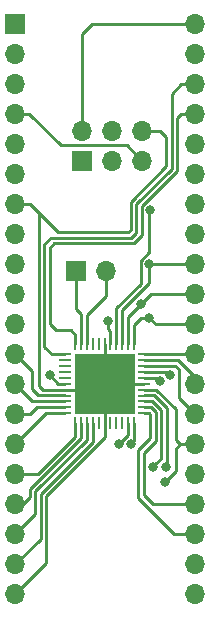
<source format=gbr>
%TF.GenerationSoftware,KiCad,Pcbnew,7.0.7*%
%TF.CreationDate,2024-02-24T18:58:31-05:00*%
%TF.ProjectId,m0110a_atmega32_pcb,6d303131-3061-45f6-9174-6d6567613332,rev?*%
%TF.SameCoordinates,Original*%
%TF.FileFunction,Copper,L1,Top*%
%TF.FilePolarity,Positive*%
%FSLAX46Y46*%
G04 Gerber Fmt 4.6, Leading zero omitted, Abs format (unit mm)*
G04 Created by KiCad (PCBNEW 7.0.7) date 2024-02-24 18:58:31*
%MOMM*%
%LPD*%
G01*
G04 APERTURE LIST*
G04 Aperture macros list*
%AMRoundRect*
0 Rectangle with rounded corners*
0 $1 Rounding radius*
0 $2 $3 $4 $5 $6 $7 $8 $9 X,Y pos of 4 corners*
0 Add a 4 corners polygon primitive as box body*
4,1,4,$2,$3,$4,$5,$6,$7,$8,$9,$2,$3,0*
0 Add four circle primitives for the rounded corners*
1,1,$1+$1,$2,$3*
1,1,$1+$1,$4,$5*
1,1,$1+$1,$6,$7*
1,1,$1+$1,$8,$9*
0 Add four rect primitives between the rounded corners*
20,1,$1+$1,$2,$3,$4,$5,0*
20,1,$1+$1,$4,$5,$6,$7,0*
20,1,$1+$1,$6,$7,$8,$9,0*
20,1,$1+$1,$8,$9,$2,$3,0*%
G04 Aperture macros list end*
%TA.AperFunction,ComponentPad*%
%ADD10R,1.700000X1.700000*%
%TD*%
%TA.AperFunction,ComponentPad*%
%ADD11O,1.700000X1.700000*%
%TD*%
%TA.AperFunction,SMDPad,CuDef*%
%ADD12RoundRect,0.062500X-0.062500X0.475000X-0.062500X-0.475000X0.062500X-0.475000X0.062500X0.475000X0*%
%TD*%
%TA.AperFunction,SMDPad,CuDef*%
%ADD13RoundRect,0.062500X-0.475000X0.062500X-0.475000X-0.062500X0.475000X-0.062500X0.475000X0.062500X0*%
%TD*%
%TA.AperFunction,SMDPad,CuDef*%
%ADD14R,5.200000X5.200000*%
%TD*%
%TA.AperFunction,ViaPad*%
%ADD15C,0.800000*%
%TD*%
%TA.AperFunction,Conductor*%
%ADD16C,0.250000*%
%TD*%
G04 APERTURE END LIST*
D10*
%TO.P,J1,1,Pin_1*%
%TO.N,unconnected-(J1-Pin_1-Pad1)*%
X143510000Y-67310000D03*
D11*
%TO.P,J1,2,Pin_2*%
%TO.N,unconnected-(J1-Pin_2-Pad2)*%
X143510000Y-69850000D03*
%TO.P,J1,3,Pin_3*%
%TO.N,unconnected-(J1-Pin_3-Pad3)*%
X143510000Y-72390000D03*
%TO.P,J1,4,Pin_4*%
%TO.N,RESET*%
X143510000Y-74930000D03*
%TO.P,J1,5,Pin_5*%
%TO.N,+5V*%
X143510000Y-77470000D03*
%TO.P,J1,6,Pin_6*%
%TO.N,unconnected-(J1-Pin_6-Pad6)*%
X143510000Y-80010000D03*
%TO.P,J1,7,Pin_7*%
%TO.N,GNDREF*%
X143510000Y-82550000D03*
%TO.P,J1,8,Pin_8*%
%TO.N,unconnected-(J1-Pin_8-Pad8)*%
X143510000Y-85090000D03*
%TO.P,J1,9,Pin_9*%
%TO.N,unconnected-(J1-Pin_9-Pad9)*%
X143510000Y-87630000D03*
%TO.P,J1,10,Pin_10*%
%TO.N,unconnected-(J1-Pin_10-Pad10)*%
X143510000Y-90170000D03*
%TO.P,J1,11,Pin_11*%
%TO.N,unconnected-(J1-Pin_11-Pad11)*%
X143510000Y-92710000D03*
%TO.P,J1,12,Pin_12*%
%TO.N,/COL7*%
X143510000Y-95250000D03*
%TO.P,J1,13,Pin_13*%
%TO.N,/COL6*%
X143510000Y-97790000D03*
%TO.P,J1,14,Pin_14*%
%TO.N,/COL5*%
X143510000Y-100330000D03*
%TO.P,J1,15,Pin_15*%
%TO.N,/COL4*%
X143510000Y-102870000D03*
%TO.P,J1,16,Pin_16*%
%TO.N,/COL3*%
X143510000Y-105410000D03*
%TO.P,J1,17,Pin_17*%
%TO.N,/COL2*%
X143510000Y-107950000D03*
%TO.P,J1,18,Pin_18*%
%TO.N,/COL1*%
X143510000Y-110490000D03*
%TO.P,J1,19,Pin_19*%
%TO.N,/COL0*%
X143510000Y-113030000D03*
%TO.P,J1,20,Pin_20*%
%TO.N,GNDREF*%
X143510000Y-115570000D03*
%TO.P,J1,21,Pin_21*%
%TO.N,/ROW0*%
X158750000Y-115570000D03*
%TO.P,J1,22,Pin_22*%
%TO.N,/ROW1*%
X158750000Y-113030000D03*
%TO.P,J1,23,Pin_23*%
%TO.N,/SHIFT*%
X158750000Y-110490000D03*
%TO.P,J1,24,Pin_24*%
%TO.N,/LOCK*%
X158750000Y-107950000D03*
%TO.P,J1,25,Pin_25*%
%TO.N,unconnected-(J1-Pin_25-Pad25)*%
X158750000Y-105410000D03*
%TO.P,J1,26,Pin_26*%
%TO.N,+5V*%
X158750000Y-102870000D03*
%TO.P,J1,27,Pin_27*%
%TO.N,/ROW2*%
X158750000Y-100330000D03*
%TO.P,J1,28,Pin_28*%
%TO.N,/ROW3*%
X158750000Y-97790000D03*
%TO.P,J1,29,Pin_29*%
%TO.N,/ROW4*%
X158750000Y-95250000D03*
%TO.P,J1,30,Pin_30*%
%TO.N,/ROW5*%
X158750000Y-92710000D03*
%TO.P,J1,31,Pin_31*%
%TO.N,/ROW6*%
X158750000Y-90170000D03*
%TO.P,J1,32,Pin_32*%
%TO.N,/ROW7*%
X158750000Y-87630000D03*
%TO.P,J1,33,Pin_33*%
%TO.N,/ROW8*%
X158750000Y-85090000D03*
%TO.P,J1,34,Pin_34*%
%TO.N,/ROW9*%
X158750000Y-82550000D03*
%TO.P,J1,35,Pin_35*%
%TO.N,/OPT*%
X158750000Y-80010000D03*
%TO.P,J1,36,Pin_36*%
%TO.N,/CMD*%
X158750000Y-77470000D03*
%TO.P,J1,37,Pin_37*%
%TO.N,/KB_CLK*%
X158750000Y-74930000D03*
%TO.P,J1,38,Pin_38*%
%TO.N,/KB_DATA*%
X158750000Y-72390000D03*
%TO.P,J1,39,Pin_39*%
%TO.N,unconnected-(J1-Pin_39-Pad39)*%
X158750000Y-69850000D03*
%TO.P,J1,40,Pin_40*%
%TO.N,+5V*%
X158750000Y-67310000D03*
%TD*%
D10*
%TO.P,J2,1,Pin_1*%
%TO.N,/ROW6*%
X149199600Y-78892400D03*
D11*
%TO.P,J2,2,Pin_2*%
%TO.N,+5V*%
X149199600Y-76352400D03*
%TO.P,J2,3,Pin_3*%
%TO.N,/ROW7*%
X151739600Y-78892400D03*
%TO.P,J2,4,Pin_4*%
%TO.N,/ROW5*%
X151739600Y-76352400D03*
%TO.P,J2,5,Pin_5*%
%TO.N,RESET*%
X154279600Y-78892400D03*
%TO.P,J2,6,Pin_6*%
%TO.N,GNDREF*%
X154279600Y-76352400D03*
%TD*%
D12*
%TO.P,U1,1,PB5*%
%TO.N,/ROW5*%
X153585000Y-94412500D03*
%TO.P,U1,2,PB6*%
%TO.N,/ROW6*%
X153085000Y-94412500D03*
%TO.P,U1,3,PB7*%
%TO.N,/ROW7*%
X152585000Y-94412500D03*
%TO.P,U1,4,~{RESET}*%
%TO.N,RESET*%
X152085000Y-94412500D03*
%TO.P,U1,5,VCC*%
%TO.N,+5V*%
X151585000Y-94412500D03*
%TO.P,U1,6,GND*%
%TO.N,GNDREF*%
X151085000Y-94412500D03*
%TO.P,U1,7,XTAL2*%
%TO.N,unconnected-(U2-XTAL2-Pad7)*%
X150585000Y-94412500D03*
%TO.P,U1,8,XTAL1*%
%TO.N,unconnected-(U2-XTAL1-Pad8)*%
X150085000Y-94412500D03*
%TO.P,U1,9,PD0*%
%TO.N,/RXD*%
X149585000Y-94412500D03*
%TO.P,U1,10,PD1*%
%TO.N,/TXD*%
X149085000Y-94412500D03*
%TO.P,U1,11,PD2*%
%TO.N,/KB_CLK*%
X148585000Y-94412500D03*
D13*
%TO.P,U1,12,PD3*%
%TO.N,/KB_DATA*%
X147747500Y-95250000D03*
%TO.P,U1,13,PD4*%
%TO.N,unconnected-(U2-PD4-Pad13)*%
X147747500Y-95750000D03*
%TO.P,U1,14,PD5*%
%TO.N,unconnected-(U2-PD5-Pad14)*%
X147747500Y-96250000D03*
%TO.P,U1,15,PD6*%
%TO.N,unconnected-(U2-PD6-Pad15)*%
X147747500Y-96750000D03*
%TO.P,U1,16,PD7*%
%TO.N,unconnected-(U2-PD7-Pad16)*%
X147747500Y-97250000D03*
%TO.P,U1,17,VCC*%
%TO.N,+5V*%
X147747500Y-97750000D03*
%TO.P,U1,18,GND*%
%TO.N,GNDREF*%
X147747500Y-98250000D03*
%TO.P,U1,19,PC0*%
%TO.N,/COL7*%
X147747500Y-98750000D03*
%TO.P,U1,20,PC1*%
%TO.N,/COL6*%
X147747500Y-99250000D03*
%TO.P,U1,21,PC2*%
%TO.N,/COL5*%
X147747500Y-99750000D03*
%TO.P,U1,22,PC3*%
%TO.N,/COL4*%
X147747500Y-100250000D03*
D12*
%TO.P,U1,23,PC4*%
%TO.N,/COL3*%
X148585000Y-101087500D03*
%TO.P,U1,24,PC5*%
%TO.N,/COL2*%
X149085000Y-101087500D03*
%TO.P,U1,25,PC6*%
%TO.N,/COL1*%
X149585000Y-101087500D03*
%TO.P,U1,26,PC7*%
%TO.N,/COL0*%
X150085000Y-101087500D03*
%TO.P,U1,27,AVCC*%
%TO.N,unconnected-(U2-AVCC-Pad27)*%
X150585000Y-101087500D03*
%TO.P,U1,28,GND*%
%TO.N,GNDREF*%
X151085000Y-101087500D03*
%TO.P,U1,29,AREF*%
%TO.N,unconnected-(U2-AREF-Pad29)*%
X151585000Y-101087500D03*
%TO.P,U1,30,PA7*%
%TO.N,unconnected-(U2-PA7-Pad30)*%
X152085000Y-101087500D03*
%TO.P,U1,31,PA6*%
%TO.N,unconnected-(U2-PA6-Pad31)*%
X152585000Y-101087500D03*
%TO.P,U1,32,PA5*%
%TO.N,/CMD*%
X153085000Y-101087500D03*
%TO.P,U1,33,PA4*%
%TO.N,/OPT*%
X153585000Y-101087500D03*
D13*
%TO.P,U1,34,PA3*%
%TO.N,/SHIFT*%
X154422500Y-100250000D03*
%TO.P,U1,35,PA2*%
%TO.N,/LOCK*%
X154422500Y-99750000D03*
%TO.P,U1,36,PA1*%
%TO.N,/ROW9*%
X154422500Y-99250000D03*
%TO.P,U1,37,PA0*%
%TO.N,/ROW8*%
X154422500Y-98750000D03*
%TO.P,U1,38,VCC*%
%TO.N,+5V*%
X154422500Y-98250000D03*
%TO.P,U1,39,GND*%
%TO.N,GNDREF*%
X154422500Y-97750000D03*
%TO.P,U1,40,PB0*%
%TO.N,/ROW0*%
X154422500Y-97250000D03*
%TO.P,U1,41,PB1*%
%TO.N,/ROW1*%
X154422500Y-96750000D03*
%TO.P,U1,42,PB2*%
%TO.N,/ROW2*%
X154422500Y-96250000D03*
%TO.P,U1,43,PB3*%
%TO.N,/ROW3*%
X154422500Y-95750000D03*
%TO.P,U1,44,PB4*%
%TO.N,/ROW4*%
X154422500Y-95250000D03*
D14*
%TO.P,U1,45,GND*%
%TO.N,GNDREF*%
X151085000Y-97750000D03*
%TD*%
D10*
%TO.P,J3,1,Pin_1*%
%TO.N,/TXD*%
X148640800Y-88239600D03*
D11*
%TO.P,J3,2,Pin_2*%
%TO.N,/RXD*%
X151180800Y-88239600D03*
%TD*%
D15*
%TO.N,RESET*%
X154898100Y-83024680D03*
%TO.N,+5V*%
X146431000Y-96999866D03*
X151370500Y-92456000D03*
X156210000Y-106045000D03*
%TO.N,/ROW0*%
X155788790Y-97510440D03*
%TO.N,/ROW1*%
X156629260Y-96969500D03*
%TO.N,/ROW5*%
X154860500Y-92151200D03*
%TO.N,/ROW6*%
X154146000Y-91005428D03*
%TO.N,/ROW7*%
X154838400Y-87630000D03*
%TO.N,/ROW8*%
X156305500Y-104787548D03*
%TO.N,/ROW9*%
X155210692Y-104775000D03*
%TO.N,/OPT*%
X153289000Y-102870000D03*
%TO.N,/CMD*%
X152273000Y-102870000D03*
%TD*%
D16*
%TO.N,+5V*%
X149199600Y-68122800D02*
X149199600Y-76352400D01*
X150012400Y-67310000D02*
X149199600Y-68122800D01*
X158750000Y-67310000D02*
X150012400Y-67310000D01*
%TO.N,GNDREF*%
X147167600Y-84937600D02*
X144780000Y-82550000D01*
X153111200Y-84937600D02*
X147167600Y-84937600D01*
X153314400Y-84734400D02*
X153111200Y-84937600D01*
X153314400Y-82346800D02*
X153314400Y-84734400D01*
X156311600Y-79349600D02*
X153314400Y-82346800D01*
X155803600Y-76352400D02*
X156311600Y-76860400D01*
X156311600Y-76860400D02*
X156311600Y-79349600D01*
X154279600Y-76352400D02*
X155803600Y-76352400D01*
%TO.N,/RXD*%
X149585000Y-91918200D02*
X149585000Y-94407500D01*
X151180800Y-90322400D02*
X149585000Y-91918200D01*
%TO.N,/TXD*%
X149085000Y-94407500D02*
X149085000Y-91884200D01*
X149085000Y-91884200D02*
X148640800Y-91440000D01*
X148640800Y-91440000D02*
X148640800Y-88239600D01*
%TO.N,/RXD*%
X151180800Y-88239600D02*
X151180800Y-90322400D01*
%TO.N,RESET*%
X147370800Y-77571600D02*
X152958800Y-77571600D01*
X152958800Y-77571600D02*
X154279600Y-78892400D01*
X144729200Y-74930000D02*
X147370800Y-77571600D01*
X143510000Y-74930000D02*
X144729200Y-74930000D01*
%TO.N,/KB_DATA*%
X157556200Y-72390000D02*
X158750000Y-72390000D01*
X156768800Y-73177400D02*
X157556200Y-72390000D01*
X153771600Y-84988400D02*
X153771600Y-82550000D01*
X156768800Y-79552800D02*
X156768800Y-73177400D01*
X153771600Y-82550000D02*
X156768800Y-79552800D01*
X153365200Y-85394800D02*
X153771600Y-84988400D01*
X146558000Y-85394800D02*
X153365200Y-85394800D01*
X145991000Y-94632200D02*
X145991000Y-85961800D01*
X145991000Y-85961800D02*
X146558000Y-85394800D01*
X147747500Y-95245000D02*
X146603800Y-95245000D01*
X146603800Y-95245000D02*
X145991000Y-94632200D01*
%TO.N,/KB_CLK*%
X157581600Y-74930000D02*
X158750000Y-74930000D01*
X157226000Y-75285600D02*
X157581600Y-74930000D01*
X157226000Y-79738791D02*
X157226000Y-75285600D01*
X154220700Y-82744091D02*
X157226000Y-79738791D01*
X154220700Y-85199700D02*
X154220700Y-82744091D01*
X153568400Y-85852000D02*
X154220700Y-85199700D01*
X148209000Y-93218000D02*
X146964400Y-93218000D01*
X146964400Y-93218000D02*
X146431000Y-92684600D01*
X146431000Y-92684600D02*
X146431000Y-86233000D01*
X148585000Y-93594000D02*
X148209000Y-93218000D01*
X146431000Y-86233000D02*
X146812000Y-85852000D01*
X146812000Y-85852000D02*
X153568400Y-85852000D01*
X148585000Y-94407500D02*
X148585000Y-93594000D01*
%TO.N,RESET*%
X152085000Y-91348600D02*
X152085000Y-94407500D01*
X154161000Y-89272600D02*
X152085000Y-91348600D01*
X154889200Y-86621211D02*
X154161000Y-87349411D01*
X154889200Y-83033580D02*
X154889200Y-86621211D01*
X154161000Y-87349411D02*
X154161000Y-89272600D01*
X154898100Y-83024680D02*
X154889200Y-83033580D01*
%TO.N,/ROW7*%
X154838400Y-89255600D02*
X152585000Y-91509000D01*
X154838400Y-87630000D02*
X154838400Y-89255600D01*
X152585000Y-91509000D02*
X152585000Y-94407500D01*
X154838400Y-87630000D02*
X158750000Y-87630000D01*
%TO.N,+5V*%
X157099000Y-99872800D02*
X157099000Y-102489000D01*
X151370500Y-92456000D02*
X151384000Y-92469500D01*
X151384000Y-93097373D02*
X151585000Y-93298373D01*
X151585000Y-93298373D02*
X151585000Y-94407500D01*
X151384000Y-92469500D02*
X151384000Y-93097373D01*
X158750000Y-102870000D02*
X158115000Y-102870000D01*
X156210000Y-106045000D02*
X156527500Y-105727500D01*
X147176134Y-97750000D02*
X146431000Y-97004866D01*
X154422500Y-98245000D02*
X155471200Y-98245000D01*
X155471200Y-98245000D02*
X157099000Y-99872800D01*
X157099000Y-103251000D02*
X157099000Y-105156000D01*
X157480000Y-102870000D02*
X157099000Y-103251000D01*
X158115000Y-102870000D02*
X157480000Y-102870000D01*
X157099000Y-105156000D02*
X156210000Y-106045000D01*
X147747500Y-97750000D02*
X147176134Y-97750000D01*
X157099000Y-102489000D02*
X157480000Y-102870000D01*
X146431000Y-97004866D02*
X146431000Y-96999866D01*
%TO.N,GNDREF*%
X145542000Y-97917000D02*
X145870000Y-98245000D01*
X151085000Y-102280000D02*
X146130000Y-107235000D01*
X151085000Y-97745000D02*
X151085000Y-102280000D01*
X154422500Y-97745000D02*
X151085000Y-97745000D01*
X150585000Y-98245000D02*
X151085000Y-97745000D01*
X144780000Y-82550000D02*
X143510000Y-82550000D01*
X151085000Y-94407500D02*
X151085000Y-97745000D01*
X145870000Y-98245000D02*
X150585000Y-98245000D01*
X146130000Y-112950000D02*
X143510000Y-115570000D01*
X146130000Y-107235000D02*
X146130000Y-112950000D01*
X144780000Y-82550000D02*
X145542000Y-83312000D01*
X145542000Y-83312000D02*
X145542000Y-97917000D01*
%TO.N,/COL7*%
X145481000Y-98745000D02*
X147747500Y-98745000D01*
X143510000Y-95250000D02*
X144907000Y-96647000D01*
X144907000Y-96647000D02*
X144907000Y-98171000D01*
X144907000Y-98171000D02*
X145481000Y-98745000D01*
%TO.N,/COL6*%
X143510000Y-97790000D02*
X144965000Y-99245000D01*
X143510000Y-97790000D02*
X143510000Y-97155000D01*
X144965000Y-99245000D02*
X147747500Y-99245000D01*
%TO.N,/COL5*%
X145365000Y-99745000D02*
X147747500Y-99745000D01*
X144780000Y-100330000D02*
X145365000Y-99745000D01*
X143510000Y-100330000D02*
X144780000Y-100330000D01*
%TO.N,/COL4*%
X146135000Y-100245000D02*
X147747500Y-100245000D01*
X143510000Y-102870000D02*
X146135000Y-100245000D01*
%TO.N,/COL3*%
X148585000Y-102252746D02*
X148585000Y-101082500D01*
X145427746Y-105410000D02*
X148585000Y-102252746D01*
X143510000Y-105410000D02*
X145427746Y-105410000D01*
%TO.N,/COL2*%
X149083604Y-102376396D02*
X149083604Y-101741396D01*
X144145000Y-107950000D02*
X144780000Y-107315000D01*
X144780000Y-106680000D02*
X149083604Y-102376396D01*
X143510000Y-107316396D02*
X143510000Y-107950000D01*
X149085000Y-101082500D02*
X149085000Y-101741396D01*
X144780000Y-107315000D02*
X144780000Y-106680000D01*
X143510000Y-107950000D02*
X144145000Y-107950000D01*
%TO.N,/COL1*%
X145230000Y-106865000D02*
X149585000Y-102510000D01*
X149585000Y-102510000D02*
X149585000Y-101082500D01*
X143510000Y-110490000D02*
X145230000Y-108770000D01*
X145230000Y-108770000D02*
X145230000Y-106865000D01*
%TO.N,/COL0*%
X145680000Y-107050000D02*
X145680000Y-110860000D01*
X150085000Y-101082500D02*
X150085000Y-102645000D01*
X145680000Y-110860000D02*
X143510000Y-113030000D01*
X150085000Y-102645000D02*
X145680000Y-107050000D01*
%TO.N,/ROW0*%
X155785537Y-97510440D02*
X155520097Y-97245000D01*
X155520097Y-97245000D02*
X154422500Y-97245000D01*
X155788790Y-97510440D02*
X155785537Y-97510440D01*
%TO.N,/ROW1*%
X156629260Y-96969500D02*
X156404760Y-96745000D01*
X156404760Y-96745000D02*
X154422500Y-96745000D01*
%TO.N,/ROW2*%
X158750000Y-100330000D02*
X157353000Y-98933000D01*
X157078000Y-96245000D02*
X154422500Y-96245000D01*
X157353000Y-98933000D02*
X157353000Y-96520000D01*
X157353000Y-96520000D02*
X157078000Y-96245000D01*
%TO.N,/ROW3*%
X158750000Y-97790000D02*
X158750000Y-97155000D01*
X158750000Y-97155000D02*
X157340000Y-95745000D01*
X157340000Y-95745000D02*
X154422500Y-95745000D01*
%TO.N,/ROW4*%
X154427500Y-95250000D02*
X154422500Y-95245000D01*
X158750000Y-95250000D02*
X154427500Y-95250000D01*
%TO.N,/ROW5*%
X154178000Y-92151200D02*
X153585000Y-92744200D01*
X154860500Y-92151200D02*
X154178000Y-92151200D01*
X153585000Y-92744200D02*
X153585000Y-94407500D01*
X155419300Y-92710000D02*
X158750000Y-92710000D01*
X154860500Y-92151200D02*
X155419300Y-92710000D01*
%TO.N,/ROW6*%
X153085000Y-92066428D02*
X153085000Y-94407500D01*
X154981428Y-90170000D02*
X158750000Y-90170000D01*
X154146000Y-91005428D02*
X154981428Y-90170000D01*
X154146000Y-91005428D02*
X153085000Y-92066428D01*
%TO.N,/ROW7*%
X158750000Y-87630000D02*
X158750000Y-88265000D01*
%TO.N,/ROW8*%
X156335000Y-99799200D02*
X155280800Y-98745000D01*
X156305500Y-104787548D02*
X156335000Y-104758048D01*
X155280800Y-98745000D02*
X154422500Y-98745000D01*
X156335000Y-104758048D02*
X156335000Y-99799200D01*
%TO.N,/ROW9*%
X155144404Y-99245000D02*
X154422500Y-99245000D01*
X155485000Y-104487243D02*
X155885000Y-104087243D01*
X155885000Y-104087243D02*
X155885000Y-99985596D01*
X155885000Y-99985596D02*
X155144404Y-99245000D01*
X155485000Y-104500692D02*
X155485000Y-104487243D01*
X155210692Y-104775000D02*
X155485000Y-104500692D01*
%TO.N,/OPT*%
X153289000Y-102870000D02*
X153585000Y-102574000D01*
X153585000Y-102574000D02*
X153585000Y-101082500D01*
%TO.N,/CMD*%
X152273000Y-102870000D02*
X153085000Y-102058000D01*
X153085000Y-102058000D02*
X153085000Y-101082500D01*
%TO.N,/SHIFT*%
X154422500Y-100245000D02*
X154855000Y-100245000D01*
X156972000Y-110490000D02*
X158750000Y-110490000D01*
X153924000Y-107442000D02*
X156972000Y-110490000D01*
X154940000Y-102362000D02*
X153924000Y-103378000D01*
X154855000Y-100245000D02*
X154940000Y-100330000D01*
X154940000Y-100330000D02*
X154940000Y-102362000D01*
X153924000Y-103378000D02*
X153924000Y-107442000D01*
%TO.N,/LOCK*%
X154422500Y-99745000D02*
X155008008Y-99745000D01*
X154432000Y-103632000D02*
X154432000Y-107188000D01*
X154432000Y-107188000D02*
X155194000Y-107950000D01*
X155435000Y-100171992D02*
X155435000Y-102629000D01*
X155435000Y-102629000D02*
X154432000Y-103632000D01*
X155194000Y-107950000D02*
X158750000Y-107950000D01*
X155008008Y-99745000D02*
X155435000Y-100171992D01*
%TD*%
M02*

</source>
